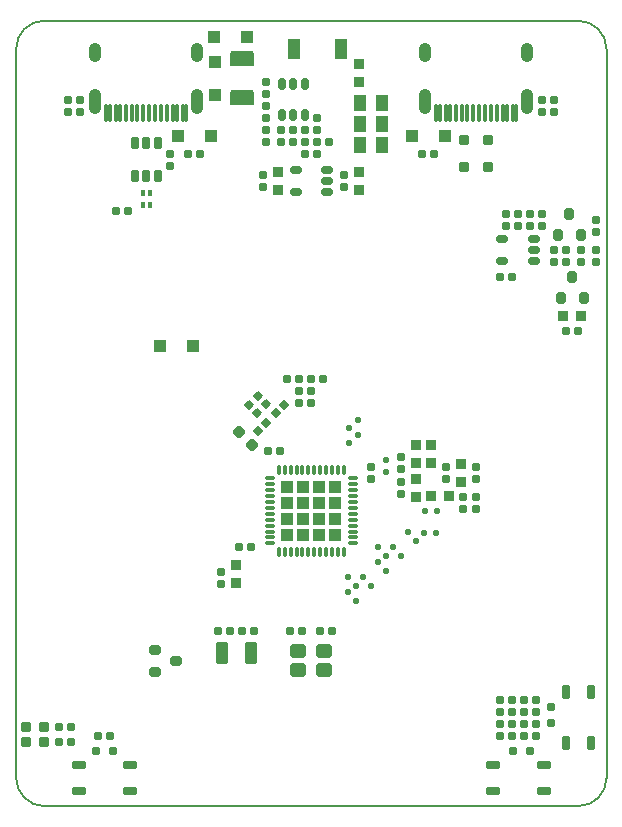
<source format=gtp>
G04*
G04 #@! TF.GenerationSoftware,Altium Limited,Altium Designer,23.3.1 (30)*
G04*
G04 Layer_Color=8421504*
%FSLAX25Y25*%
%MOIN*%
G70*
G04*
G04 #@! TF.SameCoordinates,D048E5A0-3BFD-467D-8461-715AC76033F9*
G04*
G04*
G04 #@! TF.FilePolarity,Positive*
G04*
G01*
G75*
%ADD12C,0.00787*%
%ADD24C,0.03937*%
%ADD25R,0.04134X0.04134*%
%ADD26R,0.04134X0.04134*%
G04:AMPARAMS|DCode=27|XSize=31.58mil|YSize=38.27mil|CornerRadius=7.89mil|HoleSize=0mil|Usage=FLASHONLY|Rotation=90.000|XOffset=0mil|YOffset=0mil|HoleType=Round|Shape=RoundedRectangle|*
%AMROUNDEDRECTD27*
21,1,0.03158,0.02248,0,0,90.0*
21,1,0.01579,0.03827,0,0,90.0*
1,1,0.01579,0.01124,0.00789*
1,1,0.01579,0.01124,-0.00789*
1,1,0.01579,-0.01124,-0.00789*
1,1,0.01579,-0.01124,0.00789*
%
%ADD27ROUNDEDRECTD27*%
%ADD28R,0.01181X0.01968*%
G04:AMPARAMS|DCode=29|XSize=23.62mil|YSize=23.62mil|CornerRadius=2.36mil|HoleSize=0mil|Usage=FLASHONLY|Rotation=315.000|XOffset=0mil|YOffset=0mil|HoleType=Round|Shape=RoundedRectangle|*
%AMROUNDEDRECTD29*
21,1,0.02362,0.01890,0,0,315.0*
21,1,0.01890,0.02362,0,0,315.0*
1,1,0.00472,0.00000,-0.01336*
1,1,0.00472,-0.01336,0.00000*
1,1,0.00472,0.00000,0.01336*
1,1,0.00472,0.01336,0.00000*
%
%ADD29ROUNDEDRECTD29*%
G04:AMPARAMS|DCode=30|XSize=57.09mil|YSize=11.81mil|CornerRadius=2.95mil|HoleSize=0mil|Usage=FLASHONLY|Rotation=270.000|XOffset=0mil|YOffset=0mil|HoleType=Round|Shape=RoundedRectangle|*
%AMROUNDEDRECTD30*
21,1,0.05709,0.00591,0,0,270.0*
21,1,0.05118,0.01181,0,0,270.0*
1,1,0.00591,-0.00295,-0.02559*
1,1,0.00591,-0.00295,0.02559*
1,1,0.00591,0.00295,0.02559*
1,1,0.00591,0.00295,-0.02559*
%
%ADD30ROUNDEDRECTD30*%
G04:AMPARAMS|DCode=31|XSize=23.62mil|YSize=43.31mil|CornerRadius=5.91mil|HoleSize=0mil|Usage=FLASHONLY|Rotation=180.000|XOffset=0mil|YOffset=0mil|HoleType=Round|Shape=RoundedRectangle|*
%AMROUNDEDRECTD31*
21,1,0.02362,0.03150,0,0,180.0*
21,1,0.01181,0.04331,0,0,180.0*
1,1,0.01181,-0.00591,0.01575*
1,1,0.01181,0.00591,0.01575*
1,1,0.01181,0.00591,-0.01575*
1,1,0.01181,-0.00591,-0.01575*
%
%ADD31ROUNDEDRECTD31*%
G04:AMPARAMS|DCode=32|XSize=23.62mil|YSize=23.62mil|CornerRadius=2.36mil|HoleSize=0mil|Usage=FLASHONLY|Rotation=225.000|XOffset=0mil|YOffset=0mil|HoleType=Round|Shape=RoundedRectangle|*
%AMROUNDEDRECTD32*
21,1,0.02362,0.01890,0,0,225.0*
21,1,0.01890,0.02362,0,0,225.0*
1,1,0.00472,-0.01336,0.00000*
1,1,0.00472,0.00000,0.01336*
1,1,0.00472,0.01336,0.00000*
1,1,0.00472,0.00000,-0.01336*
%
%ADD32ROUNDEDRECTD32*%
G04:AMPARAMS|DCode=33|XSize=31.5mil|YSize=31.5mil|CornerRadius=3.15mil|HoleSize=0mil|Usage=FLASHONLY|Rotation=180.000|XOffset=0mil|YOffset=0mil|HoleType=Round|Shape=RoundedRectangle|*
%AMROUNDEDRECTD33*
21,1,0.03150,0.02520,0,0,180.0*
21,1,0.02520,0.03150,0,0,180.0*
1,1,0.00630,-0.01260,0.01260*
1,1,0.00630,0.01260,0.01260*
1,1,0.00630,0.01260,-0.01260*
1,1,0.00630,-0.01260,-0.01260*
%
%ADD33ROUNDEDRECTD33*%
G04:AMPARAMS|DCode=34|XSize=23.62mil|YSize=23.62mil|CornerRadius=2.36mil|HoleSize=0mil|Usage=FLASHONLY|Rotation=180.000|XOffset=0mil|YOffset=0mil|HoleType=Round|Shape=RoundedRectangle|*
%AMROUNDEDRECTD34*
21,1,0.02362,0.01890,0,0,180.0*
21,1,0.01890,0.02362,0,0,180.0*
1,1,0.00472,-0.00945,0.00945*
1,1,0.00472,0.00945,0.00945*
1,1,0.00472,0.00945,-0.00945*
1,1,0.00472,-0.00945,-0.00945*
%
%ADD34ROUNDEDRECTD34*%
G04:AMPARAMS|DCode=35|XSize=23.62mil|YSize=23.62mil|CornerRadius=2.36mil|HoleSize=0mil|Usage=FLASHONLY|Rotation=90.000|XOffset=0mil|YOffset=0mil|HoleType=Round|Shape=RoundedRectangle|*
%AMROUNDEDRECTD35*
21,1,0.02362,0.01890,0,0,90.0*
21,1,0.01890,0.02362,0,0,90.0*
1,1,0.00472,0.00945,0.00945*
1,1,0.00472,0.00945,-0.00945*
1,1,0.00472,-0.00945,-0.00945*
1,1,0.00472,-0.00945,0.00945*
%
%ADD35ROUNDEDRECTD35*%
G04:AMPARAMS|DCode=36|XSize=23.62mil|YSize=27.56mil|CornerRadius=2.95mil|HoleSize=0mil|Usage=FLASHONLY|Rotation=270.000|XOffset=0mil|YOffset=0mil|HoleType=Round|Shape=RoundedRectangle|*
%AMROUNDEDRECTD36*
21,1,0.02362,0.02165,0,0,270.0*
21,1,0.01772,0.02756,0,0,270.0*
1,1,0.00591,-0.01083,-0.00886*
1,1,0.00591,-0.01083,0.00886*
1,1,0.00591,0.01083,0.00886*
1,1,0.00591,0.01083,-0.00886*
%
%ADD36ROUNDEDRECTD36*%
G04:AMPARAMS|DCode=37|XSize=25.59mil|YSize=47.24mil|CornerRadius=3.2mil|HoleSize=0mil|Usage=FLASHONLY|Rotation=180.000|XOffset=0mil|YOffset=0mil|HoleType=Round|Shape=RoundedRectangle|*
%AMROUNDEDRECTD37*
21,1,0.02559,0.04085,0,0,180.0*
21,1,0.01919,0.04724,0,0,180.0*
1,1,0.00640,-0.00960,0.02042*
1,1,0.00640,0.00960,0.02042*
1,1,0.00640,0.00960,-0.02042*
1,1,0.00640,-0.00960,-0.02042*
%
%ADD37ROUNDEDRECTD37*%
G04:AMPARAMS|DCode=38|XSize=25.59mil|YSize=47.24mil|CornerRadius=3.2mil|HoleSize=0mil|Usage=FLASHONLY|Rotation=270.000|XOffset=0mil|YOffset=0mil|HoleType=Round|Shape=RoundedRectangle|*
%AMROUNDEDRECTD38*
21,1,0.02559,0.04085,0,0,270.0*
21,1,0.01919,0.04724,0,0,270.0*
1,1,0.00640,-0.02042,-0.00960*
1,1,0.00640,-0.02042,0.00960*
1,1,0.00640,0.02042,0.00960*
1,1,0.00640,0.02042,-0.00960*
%
%ADD38ROUNDEDRECTD38*%
G04:AMPARAMS|DCode=39|XSize=43.31mil|YSize=43.31mil|CornerRadius=5.41mil|HoleSize=0mil|Usage=FLASHONLY|Rotation=0.000|XOffset=0mil|YOffset=0mil|HoleType=Round|Shape=RoundedRectangle|*
%AMROUNDEDRECTD39*
21,1,0.04331,0.03248,0,0,0.0*
21,1,0.03248,0.04331,0,0,0.0*
1,1,0.01083,0.01624,-0.01624*
1,1,0.01083,-0.01624,-0.01624*
1,1,0.01083,-0.01624,0.01624*
1,1,0.01083,0.01624,0.01624*
%
%ADD39ROUNDEDRECTD39*%
G04:AMPARAMS|DCode=40|XSize=43.31mil|YSize=43.31mil|CornerRadius=5.41mil|HoleSize=0mil|Usage=FLASHONLY|Rotation=90.000|XOffset=0mil|YOffset=0mil|HoleType=Round|Shape=RoundedRectangle|*
%AMROUNDEDRECTD40*
21,1,0.04331,0.03248,0,0,90.0*
21,1,0.03248,0.04331,0,0,90.0*
1,1,0.01083,0.01624,0.01624*
1,1,0.01083,0.01624,-0.01624*
1,1,0.01083,-0.01624,-0.01624*
1,1,0.01083,-0.01624,0.01624*
%
%ADD40ROUNDEDRECTD40*%
G04:AMPARAMS|DCode=41|XSize=23.62mil|YSize=39.37mil|CornerRadius=5.91mil|HoleSize=0mil|Usage=FLASHONLY|Rotation=270.000|XOffset=0mil|YOffset=0mil|HoleType=Round|Shape=RoundedRectangle|*
%AMROUNDEDRECTD41*
21,1,0.02362,0.02756,0,0,270.0*
21,1,0.01181,0.03937,0,0,270.0*
1,1,0.01181,-0.01378,-0.00591*
1,1,0.01181,-0.01378,0.00591*
1,1,0.01181,0.01378,0.00591*
1,1,0.01181,0.01378,-0.00591*
%
%ADD41ROUNDEDRECTD41*%
G04:AMPARAMS|DCode=42|XSize=31.58mil|YSize=38.27mil|CornerRadius=7.89mil|HoleSize=0mil|Usage=FLASHONLY|Rotation=180.000|XOffset=0mil|YOffset=0mil|HoleType=Round|Shape=RoundedRectangle|*
%AMROUNDEDRECTD42*
21,1,0.03158,0.02248,0,0,180.0*
21,1,0.01579,0.03827,0,0,180.0*
1,1,0.01579,-0.00789,0.01124*
1,1,0.01579,0.00789,0.01124*
1,1,0.01579,0.00789,-0.01124*
1,1,0.01579,-0.00789,-0.01124*
%
%ADD42ROUNDEDRECTD42*%
G04:AMPARAMS|DCode=43|XSize=35mil|YSize=35mil|CornerRadius=3.5mil|HoleSize=0mil|Usage=FLASHONLY|Rotation=180.000|XOffset=0mil|YOffset=0mil|HoleType=Round|Shape=RoundedRectangle|*
%AMROUNDEDRECTD43*
21,1,0.03500,0.02800,0,0,180.0*
21,1,0.02800,0.03500,0,0,180.0*
1,1,0.00700,-0.01400,0.01400*
1,1,0.00700,0.01400,0.01400*
1,1,0.00700,0.01400,-0.01400*
1,1,0.00700,-0.01400,-0.01400*
%
%ADD43ROUNDEDRECTD43*%
G04:AMPARAMS|DCode=44|XSize=35mil|YSize=35mil|CornerRadius=3.5mil|HoleSize=0mil|Usage=FLASHONLY|Rotation=270.000|XOffset=0mil|YOffset=0mil|HoleType=Round|Shape=RoundedRectangle|*
%AMROUNDEDRECTD44*
21,1,0.03500,0.02800,0,0,270.0*
21,1,0.02800,0.03500,0,0,270.0*
1,1,0.00700,-0.01400,-0.01400*
1,1,0.00700,-0.01400,0.01400*
1,1,0.00700,0.01400,0.01400*
1,1,0.00700,0.01400,-0.01400*
%
%ADD44ROUNDEDRECTD44*%
G04:AMPARAMS|DCode=45|XSize=42.5mil|YSize=55mil|CornerRadius=4.25mil|HoleSize=0mil|Usage=FLASHONLY|Rotation=0.000|XOffset=0mil|YOffset=0mil|HoleType=Round|Shape=RoundedRectangle|*
%AMROUNDEDRECTD45*
21,1,0.04250,0.04650,0,0,0.0*
21,1,0.03400,0.05500,0,0,0.0*
1,1,0.00850,0.01700,-0.02325*
1,1,0.00850,-0.01700,-0.02325*
1,1,0.00850,-0.01700,0.02325*
1,1,0.00850,0.01700,0.02325*
%
%ADD45ROUNDEDRECTD45*%
G04:AMPARAMS|DCode=46|XSize=20mil|YSize=20mil|CornerRadius=5mil|HoleSize=0mil|Usage=FLASHONLY|Rotation=45.000|XOffset=0mil|YOffset=0mil|HoleType=Round|Shape=RoundedRectangle|*
%AMROUNDEDRECTD46*
21,1,0.02000,0.01000,0,0,45.0*
21,1,0.01000,0.02000,0,0,45.0*
1,1,0.01000,0.00707,0.00000*
1,1,0.01000,0.00000,-0.00707*
1,1,0.01000,-0.00707,0.00000*
1,1,0.01000,0.00000,0.00707*
%
%ADD46ROUNDEDRECTD46*%
G04:AMPARAMS|DCode=47|XSize=20mil|YSize=20mil|CornerRadius=5mil|HoleSize=0mil|Usage=FLASHONLY|Rotation=270.000|XOffset=0mil|YOffset=0mil|HoleType=Round|Shape=RoundedRectangle|*
%AMROUNDEDRECTD47*
21,1,0.02000,0.01000,0,0,270.0*
21,1,0.01000,0.02000,0,0,270.0*
1,1,0.01000,-0.00500,-0.00500*
1,1,0.01000,-0.00500,0.00500*
1,1,0.01000,0.00500,0.00500*
1,1,0.01000,0.00500,-0.00500*
%
%ADD47ROUNDEDRECTD47*%
G04:AMPARAMS|DCode=48|XSize=20mil|YSize=20mil|CornerRadius=5mil|HoleSize=0mil|Usage=FLASHONLY|Rotation=0.000|XOffset=0mil|YOffset=0mil|HoleType=Round|Shape=RoundedRectangle|*
%AMROUNDEDRECTD48*
21,1,0.02000,0.01000,0,0,0.0*
21,1,0.01000,0.02000,0,0,0.0*
1,1,0.01000,0.00500,-0.00500*
1,1,0.01000,-0.00500,-0.00500*
1,1,0.01000,-0.00500,0.00500*
1,1,0.01000,0.00500,0.00500*
%
%ADD48ROUNDEDRECTD48*%
G04:AMPARAMS|DCode=49|XSize=20mil|YSize=20mil|CornerRadius=5mil|HoleSize=0mil|Usage=FLASHONLY|Rotation=315.000|XOffset=0mil|YOffset=0mil|HoleType=Round|Shape=RoundedRectangle|*
%AMROUNDEDRECTD49*
21,1,0.02000,0.01000,0,0,315.0*
21,1,0.01000,0.02000,0,0,315.0*
1,1,0.01000,0.00000,-0.00707*
1,1,0.01000,-0.00707,0.00000*
1,1,0.01000,0.00000,0.00707*
1,1,0.01000,0.00707,0.00000*
%
%ADD49ROUNDEDRECTD49*%
G04:AMPARAMS|DCode=50|XSize=31.5mil|YSize=11.81mil|CornerRadius=2.95mil|HoleSize=0mil|Usage=FLASHONLY|Rotation=90.000|XOffset=0mil|YOffset=0mil|HoleType=Round|Shape=RoundedRectangle|*
%AMROUNDEDRECTD50*
21,1,0.03150,0.00591,0,0,90.0*
21,1,0.02559,0.01181,0,0,90.0*
1,1,0.00591,0.00295,0.01280*
1,1,0.00591,0.00295,-0.01280*
1,1,0.00591,-0.00295,-0.01280*
1,1,0.00591,-0.00295,0.01280*
%
%ADD50ROUNDEDRECTD50*%
G04:AMPARAMS|DCode=51|XSize=31.5mil|YSize=11.81mil|CornerRadius=2.95mil|HoleSize=0mil|Usage=FLASHONLY|Rotation=180.000|XOffset=0mil|YOffset=0mil|HoleType=Round|Shape=RoundedRectangle|*
%AMROUNDEDRECTD51*
21,1,0.03150,0.00591,0,0,180.0*
21,1,0.02559,0.01181,0,0,180.0*
1,1,0.00591,-0.01280,0.00295*
1,1,0.00591,0.01280,0.00295*
1,1,0.00591,0.01280,-0.00295*
1,1,0.00591,-0.01280,-0.00295*
%
%ADD51ROUNDEDRECTD51*%
G04:AMPARAMS|DCode=52|XSize=23.62mil|YSize=27.56mil|CornerRadius=2.95mil|HoleSize=0mil|Usage=FLASHONLY|Rotation=180.000|XOffset=0mil|YOffset=0mil|HoleType=Round|Shape=RoundedRectangle|*
%AMROUNDEDRECTD52*
21,1,0.02362,0.02165,0,0,180.0*
21,1,0.01772,0.02756,0,0,180.0*
1,1,0.00591,-0.00886,0.01083*
1,1,0.00591,0.00886,0.01083*
1,1,0.00591,0.00886,-0.01083*
1,1,0.00591,-0.00886,-0.01083*
%
%ADD52ROUNDEDRECTD52*%
G04:AMPARAMS|DCode=53|XSize=35.43mil|YSize=31.5mil|CornerRadius=3.94mil|HoleSize=0mil|Usage=FLASHONLY|Rotation=270.000|XOffset=0mil|YOffset=0mil|HoleType=Round|Shape=RoundedRectangle|*
%AMROUNDEDRECTD53*
21,1,0.03543,0.02362,0,0,270.0*
21,1,0.02756,0.03150,0,0,270.0*
1,1,0.00787,-0.01181,-0.01378*
1,1,0.00787,-0.01181,0.01378*
1,1,0.00787,0.01181,0.01378*
1,1,0.00787,0.01181,-0.01378*
%
%ADD53ROUNDEDRECTD53*%
%ADD54R,0.04370X0.06693*%
G04:AMPARAMS|DCode=55|XSize=50mil|YSize=80mil|CornerRadius=5mil|HoleSize=0mil|Usage=FLASHONLY|Rotation=270.000|XOffset=0mil|YOffset=0mil|HoleType=Round|Shape=RoundedRectangle|*
%AMROUNDEDRECTD55*
21,1,0.05000,0.07000,0,0,270.0*
21,1,0.04000,0.08000,0,0,270.0*
1,1,0.01000,-0.03500,-0.02000*
1,1,0.01000,-0.03500,0.02000*
1,1,0.01000,0.03500,0.02000*
1,1,0.01000,0.03500,-0.02000*
%
%ADD55ROUNDEDRECTD55*%
G04:AMPARAMS|DCode=56|XSize=23.62mil|YSize=39.37mil|CornerRadius=5.91mil|HoleSize=0mil|Usage=FLASHONLY|Rotation=0.000|XOffset=0mil|YOffset=0mil|HoleType=Round|Shape=RoundedRectangle|*
%AMROUNDEDRECTD56*
21,1,0.02362,0.02756,0,0,0.0*
21,1,0.01181,0.03937,0,0,0.0*
1,1,0.01181,0.00591,-0.01378*
1,1,0.01181,-0.00591,-0.01378*
1,1,0.01181,-0.00591,0.01378*
1,1,0.01181,0.00591,0.01378*
%
%ADD56ROUNDEDRECTD56*%
G04:AMPARAMS|DCode=57|XSize=35mil|YSize=35mil|CornerRadius=4.38mil|HoleSize=0mil|Usage=FLASHONLY|Rotation=270.000|XOffset=0mil|YOffset=0mil|HoleType=Round|Shape=RoundedRectangle|*
%AMROUNDEDRECTD57*
21,1,0.03500,0.02625,0,0,270.0*
21,1,0.02625,0.03500,0,0,270.0*
1,1,0.00875,-0.01313,-0.01313*
1,1,0.00875,-0.01313,0.01313*
1,1,0.00875,0.01313,0.01313*
1,1,0.00875,0.01313,-0.01313*
%
%ADD57ROUNDEDRECTD57*%
G04:AMPARAMS|DCode=58|XSize=35mil|YSize=35mil|CornerRadius=4.38mil|HoleSize=0mil|Usage=FLASHONLY|Rotation=180.000|XOffset=0mil|YOffset=0mil|HoleType=Round|Shape=RoundedRectangle|*
%AMROUNDEDRECTD58*
21,1,0.03500,0.02625,0,0,180.0*
21,1,0.02625,0.03500,0,0,180.0*
1,1,0.00875,-0.01313,0.01313*
1,1,0.00875,0.01313,0.01313*
1,1,0.00875,0.01313,-0.01313*
1,1,0.00875,-0.01313,-0.01313*
%
%ADD58ROUNDEDRECTD58*%
G04:AMPARAMS|DCode=59|XSize=35mil|YSize=35mil|CornerRadius=3.5mil|HoleSize=0mil|Usage=FLASHONLY|Rotation=315.000|XOffset=0mil|YOffset=0mil|HoleType=Round|Shape=RoundedRectangle|*
%AMROUNDEDRECTD59*
21,1,0.03500,0.02800,0,0,315.0*
21,1,0.02800,0.03500,0,0,315.0*
1,1,0.00700,0.00000,-0.01980*
1,1,0.00700,-0.01980,0.00000*
1,1,0.00700,0.00000,0.01980*
1,1,0.00700,0.01980,0.00000*
%
%ADD59ROUNDEDRECTD59*%
G04:AMPARAMS|DCode=60|XSize=39.37mil|YSize=70.87mil|CornerRadius=4.92mil|HoleSize=0mil|Usage=FLASHONLY|Rotation=0.000|XOffset=0mil|YOffset=0mil|HoleType=Round|Shape=RoundedRectangle|*
%AMROUNDEDRECTD60*
21,1,0.03937,0.06102,0,0,0.0*
21,1,0.02953,0.07087,0,0,0.0*
1,1,0.00984,0.01476,-0.03051*
1,1,0.00984,-0.01476,-0.03051*
1,1,0.00984,-0.01476,0.03051*
1,1,0.00984,0.01476,0.03051*
%
%ADD60ROUNDEDRECTD60*%
G04:AMPARAMS|DCode=61|XSize=45.28mil|YSize=55.12mil|CornerRadius=11.32mil|HoleSize=0mil|Usage=FLASHONLY|Rotation=90.000|XOffset=0mil|YOffset=0mil|HoleType=Round|Shape=RoundedRectangle|*
%AMROUNDEDRECTD61*
21,1,0.04528,0.03248,0,0,90.0*
21,1,0.02264,0.05512,0,0,90.0*
1,1,0.02264,0.01624,0.01132*
1,1,0.02264,0.01624,-0.01132*
1,1,0.02264,-0.01624,-0.01132*
1,1,0.02264,-0.01624,0.01132*
%
%ADD61ROUNDEDRECTD61*%
D12*
X188976Y1575D02*
G03*
X198425Y11024I0J9449D01*
G01*
Y253937D02*
G03*
X188976Y263386I-9449J0D01*
G01*
X11024D02*
G03*
X1575Y253937I0J-9449D01*
G01*
Y11024D02*
G03*
X11024Y1575I9449J0D01*
G01*
X1575Y11024D02*
Y253937D01*
X11024Y263386D02*
X188976D01*
X198425Y11024D02*
Y253937D01*
X11024Y1575D02*
X188976D01*
D24*
X27992Y234142D02*
Y238472D01*
Y251583D02*
Y253945D01*
X62008Y251583D02*
Y253945D01*
Y234142D02*
Y238472D01*
X137992Y234142D02*
Y238472D01*
Y251583D02*
Y253945D01*
X172008Y251583D02*
Y253945D01*
Y234142D02*
Y238472D01*
D25*
X102658Y97343D02*
D03*
X102658Y102659D02*
D03*
X102658Y92029D02*
D03*
X102657Y107973D02*
D03*
D26*
X97342Y97343D02*
D03*
X97342Y102658D02*
D03*
X107972Y97343D02*
D03*
X92027D02*
D03*
X107972Y102658D02*
D03*
X92027D02*
D03*
X97342Y92028D02*
D03*
X97342Y107973D02*
D03*
X107972Y92028D02*
D03*
X92027D02*
D03*
X107972Y107973D02*
D03*
X92027Y107973D02*
D03*
D27*
X48016Y53740D02*
D03*
Y46260D02*
D03*
X54984Y50000D02*
D03*
D28*
X43917Y201933D02*
D03*
X46083D02*
D03*
Y206067D02*
D03*
X43917D02*
D03*
D29*
X82108Y138392D02*
D03*
X79108Y135392D02*
D03*
X84892Y135608D02*
D03*
X81892Y132608D02*
D03*
D30*
X44016Y232705D02*
D03*
X47953D02*
D03*
X45984D02*
D03*
X42047D02*
D03*
X58287D02*
D03*
X57106D02*
D03*
X55089D02*
D03*
X53908D02*
D03*
X51890D02*
D03*
X49921D02*
D03*
X40079D02*
D03*
X38110D02*
D03*
X36092D02*
D03*
X34911D02*
D03*
X32894D02*
D03*
X31713D02*
D03*
X168287D02*
D03*
X167106D02*
D03*
X165089D02*
D03*
X163908D02*
D03*
X161890D02*
D03*
X159921D02*
D03*
X157953D02*
D03*
X155984D02*
D03*
X154016D02*
D03*
X152047D02*
D03*
X150079D02*
D03*
X148110D02*
D03*
X146092D02*
D03*
X144911D02*
D03*
X142894D02*
D03*
X141713D02*
D03*
D31*
X48740Y222512D02*
D03*
Y211488D02*
D03*
X41260Y222512D02*
D03*
Y211488D02*
D03*
X45000Y222512D02*
D03*
Y211488D02*
D03*
D32*
X88108Y132608D02*
D03*
X84892Y129392D02*
D03*
X82108Y126608D02*
D03*
X90892Y135392D02*
D03*
D33*
X5000Y23000D02*
D03*
X11000D02*
D03*
Y28000D02*
D03*
X5000D02*
D03*
D34*
X19969D02*
D03*
X16032D02*
D03*
X166969Y37000D02*
D03*
X163031D02*
D03*
X163063Y33000D02*
D03*
X167000D02*
D03*
X163031Y29000D02*
D03*
X166969D02*
D03*
X174969Y37000D02*
D03*
X171031D02*
D03*
X19969Y23000D02*
D03*
X16032D02*
D03*
X185031Y160000D02*
D03*
X188969D02*
D03*
X184968Y183000D02*
D03*
X181032D02*
D03*
Y187000D02*
D03*
X184968D02*
D03*
X166969Y178000D02*
D03*
X163031D02*
D03*
X176969Y195000D02*
D03*
X173031D02*
D03*
X165032D02*
D03*
X168968D02*
D03*
X176969Y199000D02*
D03*
X173031D02*
D03*
X165032D02*
D03*
X168968D02*
D03*
X137031Y219000D02*
D03*
X140969D02*
D03*
X35032Y200000D02*
D03*
X38969D02*
D03*
X102032Y223000D02*
D03*
X105968D02*
D03*
X29032Y25000D02*
D03*
X32969D02*
D03*
X77031Y60000D02*
D03*
X80968D02*
D03*
X72969D02*
D03*
X69032D02*
D03*
X103032D02*
D03*
X106968D02*
D03*
X96969D02*
D03*
X93032D02*
D03*
X100031Y144000D02*
D03*
X103969D02*
D03*
X92032D02*
D03*
X95969D02*
D03*
X85532Y120000D02*
D03*
X89468D02*
D03*
X79969Y88000D02*
D03*
X76032D02*
D03*
X98032Y219000D02*
D03*
X101969D02*
D03*
X171031Y25000D02*
D03*
X174969D02*
D03*
X166969D02*
D03*
X163031D02*
D03*
X62968Y219000D02*
D03*
X59031D02*
D03*
D35*
X175000Y29032D02*
D03*
Y32969D02*
D03*
X171000D02*
D03*
Y29032D02*
D03*
X150500Y100531D02*
D03*
Y104469D02*
D03*
X190000Y183031D02*
D03*
Y186969D02*
D03*
X195000Y183031D02*
D03*
Y186969D02*
D03*
Y193032D02*
D03*
Y196968D02*
D03*
X84000Y208032D02*
D03*
Y211968D02*
D03*
X94000Y223031D02*
D03*
Y226969D02*
D03*
X90000Y223031D02*
D03*
Y226969D02*
D03*
X111000Y208032D02*
D03*
Y211968D02*
D03*
X53000Y215032D02*
D03*
Y218969D02*
D03*
X98000Y223031D02*
D03*
Y226969D02*
D03*
X102000Y230968D02*
D03*
Y227031D02*
D03*
X177000Y233032D02*
D03*
Y236968D02*
D03*
X181000Y233032D02*
D03*
Y236968D02*
D03*
X85000Y223031D02*
D03*
Y226969D02*
D03*
Y231031D02*
D03*
Y234968D02*
D03*
Y242969D02*
D03*
Y239032D02*
D03*
X120000Y110531D02*
D03*
Y114469D02*
D03*
X130000Y114032D02*
D03*
Y117968D02*
D03*
Y105532D02*
D03*
Y109468D02*
D03*
X100000Y139969D02*
D03*
Y136031D02*
D03*
X96000Y139969D02*
D03*
Y136031D02*
D03*
X70000Y75532D02*
D03*
Y79469D02*
D03*
X155000Y110531D02*
D03*
Y114469D02*
D03*
X18917Y236937D02*
D03*
Y233000D02*
D03*
X155000Y100531D02*
D03*
Y104469D02*
D03*
X23000Y233032D02*
D03*
Y236968D02*
D03*
X145000Y110531D02*
D03*
Y114469D02*
D03*
D36*
X180000Y29244D02*
D03*
Y34756D02*
D03*
D37*
X193232Y39465D02*
D03*
Y22535D02*
D03*
X184768Y39465D02*
D03*
Y22535D02*
D03*
D38*
X177465Y6768D02*
D03*
X160535D02*
D03*
X177465Y15232D02*
D03*
X160535D02*
D03*
X39465Y6768D02*
D03*
X22535D02*
D03*
X39465Y15232D02*
D03*
X22535D02*
D03*
D39*
X49488Y155000D02*
D03*
X133488Y225000D02*
D03*
X78512Y258000D02*
D03*
X68000Y249512D02*
D03*
X66512Y225000D02*
D03*
D40*
X60512Y155000D02*
D03*
X144512Y225000D02*
D03*
X67488Y258000D02*
D03*
X68000Y238488D02*
D03*
X55488Y225000D02*
D03*
D41*
X163685Y183260D02*
D03*
Y190740D02*
D03*
X174315D02*
D03*
Y187000D02*
D03*
Y183260D02*
D03*
X105157Y206260D02*
D03*
Y210000D02*
D03*
Y213740D02*
D03*
X94842D02*
D03*
Y206260D02*
D03*
D42*
X187000Y177984D02*
D03*
X190740Y171016D02*
D03*
X183260D02*
D03*
X186000Y198984D02*
D03*
X189740Y192016D02*
D03*
X182260D02*
D03*
D43*
X184000Y165000D02*
D03*
X190000D02*
D03*
D44*
X116000Y249000D02*
D03*
Y243000D02*
D03*
Y207000D02*
D03*
Y213000D02*
D03*
X89000D02*
D03*
Y207000D02*
D03*
X75000Y82000D02*
D03*
Y76000D02*
D03*
X135000Y110500D02*
D03*
Y104500D02*
D03*
Y116000D02*
D03*
Y122000D02*
D03*
D45*
X123626Y222000D02*
D03*
X116374D02*
D03*
X123626Y236000D02*
D03*
X116374D02*
D03*
X123626Y229000D02*
D03*
X116374D02*
D03*
D46*
X112086Y72914D02*
D03*
Y77914D02*
D03*
X117086D02*
D03*
X122086Y82914D02*
D03*
Y87914D02*
D03*
X127086D02*
D03*
X132086Y92914D02*
D03*
X114914Y70086D02*
D03*
Y75086D02*
D03*
X119914D02*
D03*
X124914Y80086D02*
D03*
Y85086D02*
D03*
X129914D02*
D03*
X134914Y90086D02*
D03*
D47*
X137500Y92500D02*
D03*
X138000Y100000D02*
D03*
X141500Y92500D02*
D03*
X142000Y100000D02*
D03*
D48*
X125000Y113000D02*
D03*
Y117000D02*
D03*
D49*
X112586Y122586D02*
D03*
Y127586D02*
D03*
X115414Y125414D02*
D03*
Y130414D02*
D03*
D50*
X104921Y86221D02*
D03*
X106890D02*
D03*
X108858D02*
D03*
Y113780D02*
D03*
X106890Y113780D02*
D03*
X89173D02*
D03*
X91142D02*
D03*
X93110D02*
D03*
X95079D02*
D03*
X97047D02*
D03*
X99016D02*
D03*
X100984D02*
D03*
X102953D02*
D03*
X104921D02*
D03*
X110827Y113780D02*
D03*
Y86221D02*
D03*
X102953D02*
D03*
X100984D02*
D03*
X99016D02*
D03*
X97047D02*
D03*
X95079D02*
D03*
X93110D02*
D03*
X91142D02*
D03*
X89173D02*
D03*
D51*
X113779Y89173D02*
D03*
Y91142D02*
D03*
Y93110D02*
D03*
Y97047D02*
D03*
Y99016D02*
D03*
Y100984D02*
D03*
Y106890D02*
D03*
X86220Y89173D02*
D03*
X86220Y91142D02*
D03*
X86220Y93110D02*
D03*
X86220Y95079D02*
D03*
X86220Y97047D02*
D03*
X86220Y99016D02*
D03*
Y100984D02*
D03*
X86220Y102953D02*
D03*
X86220Y104921D02*
D03*
X86220Y106890D02*
D03*
X86220Y108858D02*
D03*
X86220Y110827D02*
D03*
X113779D02*
D03*
Y108858D02*
D03*
Y104921D02*
D03*
Y102953D02*
D03*
Y95079D02*
D03*
D52*
X33756Y20000D02*
D03*
X28244D02*
D03*
X172756D02*
D03*
X167244D02*
D03*
D53*
X151000Y214472D02*
D03*
Y223528D02*
D03*
X159000Y214472D02*
D03*
Y223528D02*
D03*
D54*
X94146Y254000D02*
D03*
X109854Y254000D02*
D03*
D55*
X77000Y237500D02*
D03*
Y250500D02*
D03*
D56*
X97740Y231842D02*
D03*
X90260D02*
D03*
Y242158D02*
D03*
X94000D02*
D03*
X97740D02*
D03*
X94000Y231842D02*
D03*
D57*
X140000Y122000D02*
D03*
Y116000D02*
D03*
X150000Y109500D02*
D03*
Y115500D02*
D03*
D58*
X146000Y105000D02*
D03*
X140000D02*
D03*
D59*
X80121Y121879D02*
D03*
X75879Y126121D02*
D03*
D60*
X79921Y52500D02*
D03*
X70079D02*
D03*
D61*
X104331Y53150D02*
D03*
Y46850D02*
D03*
X95669Y53150D02*
D03*
Y46850D02*
D03*
M02*

</source>
